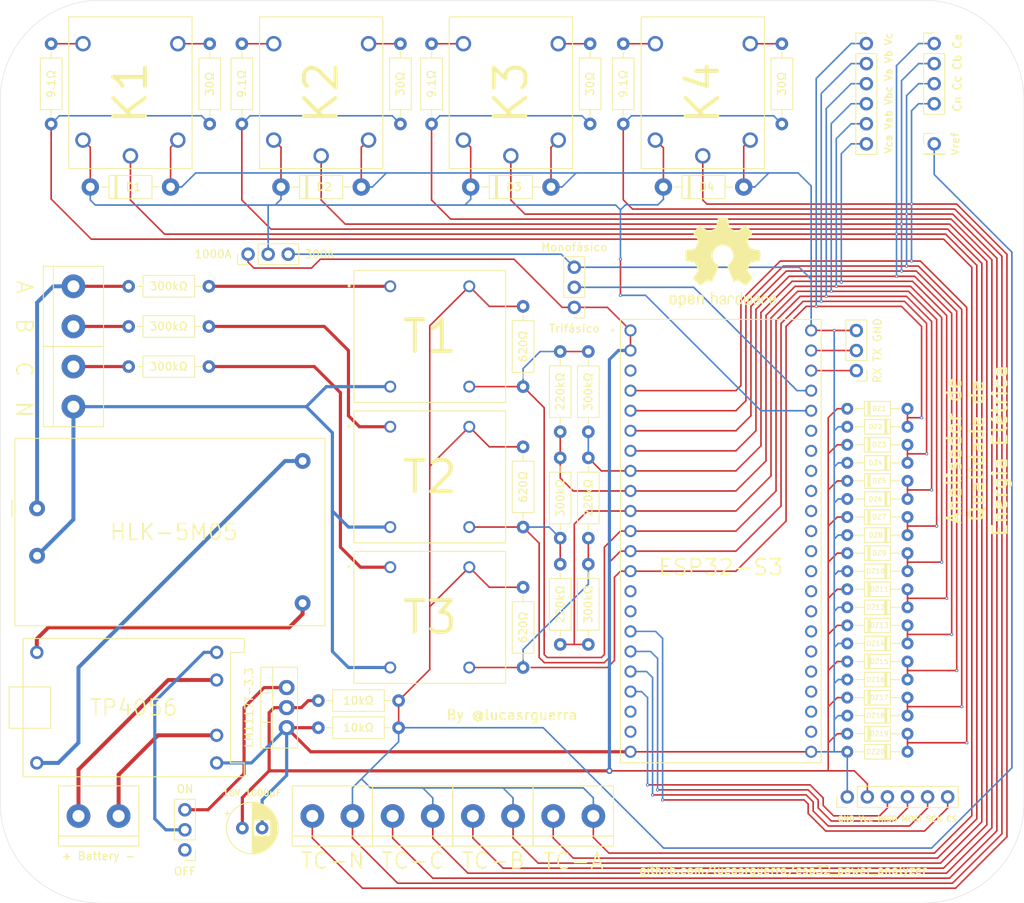
<source format=kicad_pcb>
(kicad_pcb (version 20221018) (generator pcbnew)
  (title_block (title "ESP32 Power Analyser V2.1 PCI") (date "2024-03-30") (rev "1.8") (company "https://www.linkedin.com/in/lucasrguerra"))
  (layers (0 "F.Cu" signal) (31 "B.Cu" signal) (34 "B.Paste" user) (35 "F.Paste" user) (36 "B.SilkS" user "B.Silkscreen") (37 "F.SilkS" user "F.Silkscreen") (38 "B.Mask" user) (39 "F.Mask" user) (44 "Edge.Cuts" user))
  (net 0 "")
  (net 1 "A Vwave")
  (net 2 "B Vwave")
  (net 3 "C Vwave")
  (net 4 "AB Vwave")
  (net 5 "CA Vwave")
  (net 6 "BC Vwave")
  (net 7 "Line B")
  (net 8 "Line A")
  (net 9 "Neutral")
  (net 10 "Line C")
  (net 11 "Net-(R3-Pad1)")
  (net 12 "Net-(R4-Pad1)")
  (net 13 "Net-(R5-Pad1)")
  (net 14 "Vcc")
  (net 15 "GND")
  (net 16 "A Cwave")
  (net 17 "B Cwave")
  (net 18 "C Cwave")
  (net 19 "N Cwave")
  (net 20 "Select C Level")
  (net 21 "TC A-1")
  (net 22 "Battery +")
  (net 23 "Battery -")
  (net 25 "Net-(K1-PadNC)")
  (net 26 "Net-(K1-PadNO)")
  (net 27 "Net-(K2-PadNO)")
  (net 28 "Net-(K2-PadNC)")
  (net 29 "Net-(K3-PadNO)")
  (net 30 "Net-(K3-PadNC)")
  (net 31 "Net-(K4-PadNO)")
  (net 32 "Net-(K4-PadNC)")
  (net 33 "CS")
  (net 34 "MOSI")
  (net 51 "SCK")
  (net 52 "MISO")
  (net 56 "System Type")
  (net 57 "UART TX")
  (net 58 "UART RX")
  (net 59 "Net-(PS1--Vout)")
  (net 60 "Net-(PS1-+Vout)")
  (net 62 "Vin")
  (net 64 "Net-(SW1A-C)")
  (footprint "Resistor_THT:R_Axial_DIN0207_L6.3mm_D2.5mm_P10.16mm_Horizontal" (layer "F.Cu") (at 160.3756 47.013 90)
    (fp_text reference "R21" hide)
    (fp_text value "30Ω" hide)
  )
  (footprint "TerminalBlock:TerminalBlock_bornier-2_P5.08mm" (layer "F.Cu") (at 135.382 134.62)
    (fp_text reference "J6" hide)
    (fp_text value "KF301-2P" hide)
  )
  (footprint "SnapEDA Library:RELAY_SRD-03VDC-SL-C" (layer "F.Cu") (at 126.3396 43.053 90)
    (fp_text reference "K2" hide)
    (fp_text value "SRD-03VDC-SL-C" hide)
  )
  (footprint "Resistor_THT:R_Axial_DIN0207_L6.3mm_D2.5mm_P10.16mm_Horizontal" (layer "F.Cu") (at 92.1766 47.013 90)
    (fp_text reference "R15" hide)
    (fp_text value "9.1Ω" hide)
  )
  (footprint "SnapEDA Library:RELAY_SRD-03VDC-SL-C" (layer "F.Cu") (at 174.6306 43.053 90)
    (fp_text reference "K4" hide)
    (fp_text value "SRD-03VDC-SL-C" hide)
  )
  (footprint "Connector_PinHeader_2.54mm:PinHeader_1x03_P2.54mm_Vertical" (layer "F.Cu") (at 194.056 78.232 180)
    (fp_text reference "P1" hide)
    (fp_text value "Pin Header" hide)
  )
  (footprint "Resistor_THT:R_Axial_DIN0207_L6.3mm_D2.5mm_P10.16mm_Horizontal" (layer "F.Cu") (at 156.591 99.441 90)
    (fp_text reference "R10" hide)
    (fp_text value "300kΩ" hide)
  )
  (footprint "Resistor_THT:R_Axial_DIN0207_L6.3mm_D2.5mm_P10.16mm_Horizontal" (layer "F.Cu") (at 184.6326 47.013 90)
    (fp_text reference "R22" hide)
    (fp_text value "30Ω" hide)
  )
  (footprint "Resistor_THT:R_Axial_DIN0207_L6.3mm_D2.5mm_P10.16mm_Horizontal" (layer "F.Cu") (at 112.141 77.724 180)
    (fp_text reference "R5" hide)
    (fp_text value "300kΩ" hide)
  )
  (footprint "Diode_THT:D_DO-34_SOD68_P7.62mm_Horizontal" (layer "F.Cu") (at 192.913 92.202)
    (fp_text reference "DZ5" hide)
    (fp_text value "3.3V" hide)
  )
  (footprint "SnapEDA Library:XFMR_ZMPT101B" (layer "F.Cu") (at 140.081 73.914)
    (fp_text reference "T1")
    (fp_text value "ZMPT101B" hide)
  )
  (footprint "Resistor_THT:R_Axial_DIN0207_L6.3mm_D2.5mm_P10.16mm_Horizontal" (layer "F.Cu") (at 151.892 115.824 90)
    (fp_text reference "R8" hide)
    (fp_text value "620Ω" hide)
  )
  (footprint "SnapEDA Library:TP4056" (layer "F.Cu") (at 102.616 120.904)
    (fp_text reference "U1" hide)
    (fp_text value "TP4056")
  )
  (footprint "Connector_PinHeader_2.54mm:PinHeader_1x04_P2.54mm_Vertical" (layer "F.Cu") (at 203.9041 36.83)
    (fp_text reference "P3" hide)
    (fp_text value "Pin Header" hide)
  )
  (footprint "Resistor_THT:R_Axial_DIN0207_L6.3mm_D2.5mm_P10.16mm_Horizontal" (layer "F.Cu") (at 136.3726 47.013 90)
    (fp_text reference "R20" hide)
    (fp_text value "30Ω" hide)
  )
  (footprint "Diode_THT:D_DO-34_SOD68_P7.62mm_Horizontal" (layer "F.Cu") (at 192.913 110.49)
    (fp_text reference "DZ13" hide)
    (fp_text value "3.3V" hide)
  )
  (footprint "Diode_THT:D_DO-34_SOD68_P7.62mm_Horizontal" (layer "F.Cu") (at 200.533 89.916 180)
    (fp_text reference "DZ4" hide)
    (fp_text value "3.3V" hide)
  )
  (footprint "Connector_PinHeader_2.54mm:PinHeader_1x01_P2.54mm_Vertical" (layer "F.Cu") (at 203.9112 49.53)
    (fp_text reference "P2" hide)
    (fp_text value "Pin Header" hide)
  )
  (footprint "Diode_THT:D_DO-34_SOD68_P7.62mm_Horizontal" (layer "F.Cu") (at 192.913 101.346)
    (fp_text reference "DZ9" hide)
    (fp_text value "3.3V" hide)
  )
  (footprint "Diode_THT:D_DO-34_SOD68_P7.62mm_Horizontal" (layer "F.Cu") (at 192.908 83.058)
    (fp_text reference "DZ1" hide)
    (fp_text value "3.3V" hide)
  )
  (footprint "Resistor_THT:R_Axial_DIN0207_L6.3mm_D2.5mm_P10.16mm_Horizontal" (layer "F.Cu") (at 156.591 112.903 90)
    (fp_text reference "R11" hide)
    (fp_text value "220kΩ" hide)
  )
  (footprint "Capacitor_THT:CP_Radial_D6.3mm_P2.50mm" (layer "F.Cu") (at 116.372 136.144)
    (fp_text reference "C1" hide)
    (fp_text value "16V 1000µF" hide)
  )
  (footprint "Diode_THT:D_DO-34_SOD68_P7.62mm_Horizontal" (layer "F.Cu") (at 200.533 108.204 180)
    (fp_text reference "DZ12" hide)
    (fp_text value "3.3V" hide)
  )
  (footprint "Resistor_THT:R_Axial_DIN0207_L6.3mm_D2.5mm_P10.16mm_Horizontal" (layer "F.Cu") (at 112.2426 47.013 90)
    (fp_text reference "R19" hide)
    (fp_text value "30Ω" hide)
  )
  (footprint "Resistor_THT:R_Axial_DIN0207_L6.3mm_D2.5mm_P10.16mm_Horizontal" (layer "F.Cu") (at 125.984 120.015)
    (fp_text reference "R1" hide)
    (fp_text value "10kΩ" hide)
  )
  (footprint "Connector_PinHeader_2.54mm:PinHeader_1x03_P2.54mm_Vertical" (layer "F.Cu") (at 117.094 63.5 90)
    (fp_text reference "SW3" hide)
    (fp_text value "SS-12D00G 4mm" hide)
  )
  (footprint "TerminalBlock:TerminalBlock_bornier-2_P5.08mm" (layer "F.Cu") (at 94.996 67.564 -90)
    (fp_text reference "J3" hide)
    (fp_text value "KF301-2P" hide)
  )
  (footprint "Resistor_THT:R_Axial_DIN0207_L6.3mm_D2.5mm_P10.16mm_Horizontal" (layer "F.Cu") (at 136.144 123.444 180)
    (fp_text reference "R2" hide)
    (fp_text value "10kΩ" hide)
  )
  (footprint "Diode_THT:D_DO-34_SOD68_P7.62mm_Horizontal" (layer "F.Cu") (at 200.533 99.06 180)
    (fp_text reference "DZ8" hide)
    (fp_text value "3.3V" hide)
  )
  (footprint "Resistor_THT:R_Axial_DIN0207_L6.3mm_D2.5mm_P10.16mm_Horizontal" (layer "F.Cu") (at 156.591 85.979 90)
    (fp_text reference "R9" hide)
    (fp_text value "220kΩ" hide)
  )
  (footprint "Diode_THT:D_DO-34_SOD68_P7.62mm_Horizontal" (layer "F.Cu") (at 192.908 87.63)
    (fp_text reference "DZ3" hide)
    (fp_text value "3.3V" hide)
  )
  (footprint "SnapEDA Library:XFMR_ZMPT101B" (layer "F.Cu") (at 140.081 91.694)
    (fp_text reference "T2")
    (fp_text value "ZMPT101B" hide)
  )
  (footprint "Diode_THT:D_DO-34_SOD68_P7.62mm_Horizontal" (layer "F.Cu") (at 192.908 119.634)
    (fp_text reference "DZ17" hide)
    (fp_text value "3.3V" hide)
  )
  (footprint "Connector_PinHeader_2.54mm:PinHeader_1x03_P2.54mm_Vertical" (layer "F.Cu") (at 158.369 70.231 180)
    (fp_text reference "SW2" hide)
    (fp_text value "SS-12D00G 4mm" hide)
  )
  (footprint "Converter_ACDC:Converter_ACDC_HiLink_HLK-5Mxx" (layer "F.Cu") (at 90.3985 95.679)
    (fp_text reference "PS1" hide)
    (fp_text value "HLK-5M05" hide)
  )
  (footprint "Diode_THT:D_DO-34_SOD68_P7.62mm_Horizontal" (layer "F.Cu") (at 200.533 112.776 180)
    (fp_text reference "DZ14" hide)
    (fp_text value "3.3V" hide)
  )
  (footprint "Diode_THT:D_DO-34_SOD68_P7.62mm_Horizontal" (layer "F.Cu") (at 200.533 85.344 180)
    (fp_text reference "DZ2" hide)
    (fp_text value "3.3V" hide)
  )
  (footprint "LOGO" (layer "F.Cu") (at 177.165 64.643)
    (fp_text reference "G***" hide)
    (fp_text value "LOGO" hide)
  )
  (footprint "Diode_THT:D_DO-34_SOD68_P7.62mm_Horizontal" (layer "F.Cu") (at 192.913 124.206)
    (fp_text reference "DZ19" hide)
    (fp_text value "3.3V" hide)
  )
  (footprint "TerminalBlock:TerminalBlock_bornier-2_P5.08mm" (layer "F.Cu") (at 155.702 134.62)
    (fp_text reference "J4" hide)
    (fp_text value "KF301-2P" hide)
  )
  (footprint "Diode_THT:D_DO-41_SOD81_P10.16mm_Horizontal" (layer "F.Cu") (at 169.6466 54.991)
    (fp_text reference "D4" hide)
    (fp_text value "1N4007" hide)
  )
  (footprint "Resistor_THT:R_Axial_DIN0207_L6.3mm_D2.5mm_P10.16mm_Horizontal" (layer "F.Cu") (at 112.141 67.564 180)
    (fp_text reference "R3" hide)
    (fp_text value "300kΩ" hide)
  )
  (footprint "Diode_THT:D_DO-34_SOD68_P7.62mm_Horizontal" (layer "F.Cu") (at 192.913 105.918)
    (fp_text reference "DZ11" hide)
    (fp_text value "3.3V" hide)
  )
  (footprint "Diode_THT:D_DO-34_SOD68_P7.62mm_Horizontal" (layer "F.Cu") (at 192.913 96.774)
    (fp_text reference "DZ7" hide)
    (fp_text value "3.3V" hide)
  )
  (footprint "Diode_THT:D_DO-41_SOD81_P10.16mm_Horizontal" (layer "F.Cu") (at 121.2596 54.991)
    (fp_text reference "D2" hide)
    (fp_text value "1N4007" hide)
  )
  (footprint "TerminalBlock:TerminalBlock_bornier-2_P5.08mm" (layer "F.Cu") (at 125.222 134.62)
    (fp_text reference "J7" hide)
    (fp_text value "KF301-2P" hide)
  )
  (footprint "Diode_THT:D_DO-41_SOD81_P10.16mm_Horizontal" (layer "F.Cu") (at 145.2626 54.991)
    (fp_text reference "D3" hide)
    (fp_text value "1N4007" hide)
  )
  (footprint "Resistor_THT:R_Axial_DIN0207_L6.3mm_D2.5mm_P10.16mm_Horizontal" (layer "F.Cu") (at 151.892 98.044 90)
    (fp_text reference "R7" hide)
    (fp_text value "620Ω" hide)
  )
  (footprint "SnapEDA Library:RELAY_SRD-03VDC-SL-C" (layer "F.Cu") (at 102.2096 43.053 90)
    (fp_text reference "K1" hide)
    (fp_text value "SRD-03VDC-SL-C" hide)
  )
  (footprint "Resistor_THT:R_Axial_DIN0207_L6.3mm_D2.5mm_P10.16mm_Horizontal" (layer "F.Cu") (at 160.147 102.743 -90)
    (fp_text reference "R12" hide)
    (fp_text value "300kΩ" hide)
  )
  (footprint "Diode_THT:D_DO-34_SOD68_P7.62mm_Horizontal" (layer "F.Cu") (at 200.533 117.348 180)
    (fp_text reference "DZ16" hide)
    (fp_text value "3.3V" hide)
  )
  (footprint "Diode_THT:D_DO-34_SOD68_P7.62mm_Horizontal" (layer "F.Cu") (at 200.538 121.92 180)
    (fp_text reference "DZ18" hide)
    (fp_text value "3.3V" hide)
  )
  (footprint "Resistor_THT:R_Axial_DIN0207_L6.3mm_D2.5mm_P10.16mm_Horizontal" (layer "F.Cu") (at 140.3096 47.013 90)
    (fp_text reference "R17" hide)
    (fp_text value "9.1Ω" hide)
  )
  (footprint "Resistor_THT:R_Axial_DIN0207_L6.3mm_D2.5mm_P10.16mm_Horizontal" (layer "F.Cu") (at 160.147 89.281 -90)
    (fp_text reference "R13" hide)
    (fp_text value "220kΩ" hide)
  )
  (footprint "Resistor_THT:R_Axial_DIN0207_L6.3mm_D2.5mm_P10.16mm_Horizontal" (layer "F.Cu") (at 112.141 72.644 180)
    (fp_text reference "R4" hide)
    (fp_text value "300kΩ" hide)
  )
  (footprint "Resistor_THT:R_Axial_DIN0207_L6.3mm_D2.5mm_P10.16mm_Horizontal" (layer "F.Cu") (at 160.147 75.819 -90)
    (fp_text reference "R14" hide)
    (fp_text value "300kΩ" hide)
  )
  (footprint "TerminalBlock:TerminalBlock_bornier-2_P5.08mm" (layer "F.Cu") (at 94.996 77.724 -90)
    (fp_text reference "J2" hide)
    (fp_text value "KF301-2P" hide)
  )
  (footprint "Connector_PinHeader_2.54mm:PinHeader_1x06_P2.54mm_Vertical" (layer "F.Cu") (at 195.326 36.83)
    (fp_text reference "P4" hide)
    (fp_text value "Pin Header" hide)
  )
  (footprint "Diode_THT:D_DO-34_SOD68_P7.62mm_Horizontal" (layer "F.Cu") (at 200.538 94.488 180)
    (fp_text reference "DZ6" hide)
    (fp_text value "3.3V" hide)
  )
  (footprint "Diode_THT:D_DO-34_SOD68_P7.62mm_Horizontal" (layer "F.Cu") (at 200.533 103.632 180)
    (fp_text reference "DZ10" hide)
    (fp_text value "3.3V" hide)
  )
  (footprint "Diode_THT:D_DO-34_SOD68_P7.62mm_Horizontal" (layer "F.Cu") (at 200.533 126.492 180)
    (fp_text reference "DZ20" hide)
    (fp_text value "3.3V" hide)
  )
  (footprint "SnapEDA Library:XCVR_ESP32-S3-DEVKITC-1-N8R2" (layer "F.Cu") (at 176.911 103.122)
    (fp_text reference "MCU1" hide)
    (fp_text value "ESP32-S3-DEVKITC-1-N16R8" hide)
  )
  (footprint "Resistor_THT:R_Axial_DIN0207_L6.3mm_D2.5mm_P10.16mm_Horizontal" (layer "F.Cu") (at 164.5666 47.013 90)
    (fp_text reference "R18" hide)
    (fp_text value "9.1Ω" hide)
  )
  (footprint "TerminalBlock:TerminalBlock_bornier-2_P5.08mm" (layer "F.Cu") (at 145.542 134.62)
    (fp_text reference "J5" hide)
    (fp_text value "KF301-2P" hide)
  )
  (footprint "SnapEDA Library:XFMR_ZMPT101B" (layer "F.Cu") (at 140.081 109.474)
    (fp_text reference "T3")
    (fp_text value "ZMPT101B" hide)
  )
  (footprint "Diode_THT:D_DO-41_SOD81_P10.16mm_Horizontal" (layer "F.Cu") (at 97.1296 54.991)
    (fp_text reference "D1" hide)
    (fp_text value "1N4007" hide)
  )
  (footprint "TerminalBlock:TerminalBlock_bornier-2_P5.08mm" (layer "F.Cu") (at 95.6366 134.62)
    (fp_text reference "J1" hide)
    (fp_text value "KF301-2P" hide)
  )
  (footprint "Connector_PinHeader_2.54mm:PinHeader_1x03_P2.54mm_Vertical" (layer "F.Cu") (at 109.0986 138.9116 180)
    (fp_text reference "SW1" hide)
    (fp_text value "SS-12D00G 4mm" hide)
  )
  (footprint "Package_TO_SOT_THT:TO-220-3_Vertical" (layer "F.Cu") (at 121.976 123.444 90)
    (fp_text reference "U2" hide)
    (fp_text value "LM1117T-3.3")
  )
  (footprint "Diode_THT:D_DO-34_SOD68_P7.62mm_Horizontal" (layer "F.Cu") (at 192.913 115.062)
    (fp_text reference "DZ15" hide)
    (fp_text value "3.3V" hide)
  )
  (footprint "Resistor_THT:R_Axial_DIN0207_L6.3mm_D2.5mm_P10.16mm_Horizontal" (layer "F.Cu") (at 116.3066 47.013 90)
    (fp_text reference "R16" hide)
    (fp_text value "9.1Ω" hide)
  )
  (footprint "SnapEDA Library:RELAY_SRD-03VDC-SL-C" (layer "F.Cu") (at 150.3426 43.053 90)
    (fp_text reference "K3" hide)
    (fp_text value "SRD-03VDC-SL-C" hide)
  )
  (footprint "Resistor_THT:R_Axial_DIN0207_L6.3mm_D2.5mm_P10.16mm_Horizontal" (layer "F.Cu") (at 151.892 80.264 90)
    (fp_text reference "R6" hide)
    (fp_text value "620Ω" hide)
  )
  (footprint "Connector_PinHeader_2.54mm:PinHeader_1x06_P2.54mm_Vertical" (layer "F.Cu") (at 192.913 132.207 90)
    (fp_text reference "P5" hide)
    (fp_text value "Pin Header" hide)
  )
  (gr_arc (start 215.2706 132.9426) (mid 211.550856 141.922856) (end 202.5706 145.6426) (stroke (width 0.05)) (layer "Edge.Cuts"))
  (gr_arc (start 98.4306 145.6426) (mid 89.450344 141.922856) (end 85.7306 132.9426) (stroke (width 0.05)) (layer "Edge.Cuts"))
  (gr_arc (start 85.7306 44.0426) (mid 89.450344 35.062344) (end 98.4306 31.3426) (stroke (width 0.05)) (layer "Edge.Cuts"))
  (gr_line (start 85.7306 132.9426) (end 85.7306 44.0426) (stroke (width 0.05)) (layer "Edge.Cuts"))
  (gr_arc (start 202.5706 31.3426) (mid 211.550856 35.062344) (end 215.2706 44.0426) (stroke (width 0.05)) (layer "Edge.Cuts"))
  (gr_line (start 98.4306 31.3426) (end 202.5706 31.3426) (stroke (width 0.05)) (layer "Edge.Cuts"))
  (gr_line (start 215.2706 44.0426) (end 215.2706 132.9426) (stroke (width 0.05)) (layer "Edge.Cuts"))
  (gr_line (start 98.4306 145.6426) (end 202.5706 145.6426) (stroke (width 0.05)) (layer "Edge.Cuts"))
  (gr_text "github.com/lucasrguerra/esp32_power_analyzer" (at 184.7906 142.0866) (layer "F.SilkS") (effects (font (size 1 1) (thickness 0.2) bold) (justify bottom)))
  (gr_text "C  N" (at 87.5792 76.9112 -90) (layer "F.SilkS") (effects (font (size 2 2) (thickness 0.2)) (justify left bottom)))
  (gr_text "A  B\n" (at 87.63 66.675 -90) (layer "F.SilkS") (effects (font (size 2 2) (thickness 0.2)) (justify left bottom)))
  (gr_text "Analisador de\nQualidade de\nEnergia Elétrica" (at 213.2386 88.3656 90) (layer "F.SilkS") (effects (font (size 1.8 1.8) (thickness 0.3) bold) (justify bottom)))
  (gr_text "By @lucasrguerra" (at 150.495 122.555) (layer "F.SilkS") (effects (font (size 1.25 1.25) (thickness 0.2) bold) (justify bottom)))
  (segment (start 164.211 98.552) (end 165.481 98.552) (width 0.2) (layer "F.Cu") (net 1))
  (segment (start 203.581 72.009) (end 200.406 68.834) (width 0.2) (layer "F.Cu") (net 1))
  (segment (start 154.559 82.931) (end 154.559 114.173) (width 0.2) (layer "F.Cu") (net 1))
  (segment (start 186.944 68.834) (end 183.896 71.882) (width 0.2) (layer "F.Cu") (net 1))
  (segment (start 154.94 114.554) (end 161.798 114.554) (width 0.2) (layer "F.Cu") (net 1))
  (segment (start 161.798 114.554) (end 162.179 114.173) (width 0.2) (layer "F.Cu") (net 1))
  (segment (start 203.581 93.345) (end 203.581 72.009) (width 0.2) (layer "F.Cu") (net 1))
  (segment (start 200.533 92.202) (end 200.533 93.345) (width 0.2) (layer "F.Cu") (net 1))
  (segment (start 162.179 100.584) (end 164.211 98.552) (width 0.2) (layer "F.Cu") (net 1))
  (segment (start 183.896 71.882) (end 183.896 93.472) (width 0.2) (layer "F.Cu") (net 1))
  (segment (start 200.406 68.834) (end 186.944 68.834) (width 0.2) (layer "F.Cu") (net 1))
  (segment (start 154.559 114.173) (end 154.94 114.554) (width 0.2) (layer "F.Cu") (net 1))
  (segment (start 151.892 80.264) (end 154.559 82.931) (width 0.2) (layer "F.Cu") (net 1))
  (segment (start 162.179 114.173) (end 162.179 100.584) (width 0.2) (layer "F.Cu") (net 1))
  (segment (start 183.896 93.472) (end 178.816 98.552) (width 0.2) (layer "F.Cu") (net 1))
  (segment (start 200.533 94.483) (end 200.538 94.488) (width 0.2) (layer "F.Cu") (net 1))
  (segment (start 203.581 93.345) (end 200.533 93.345) (width 0.2) (layer "F.Cu") (net 1))
  (segment (start 156.591 75.819) (end 160.147 75.819) (width 0.2) (layer "F.Cu") (net 1))
  (segment (start 145.081 80.264) (end 151.892 80.264) (width 0.2) (layer "F.Cu") (net 1))
  (segment (start 200.533 93.345) (end 200.533 94.483) (width 0.2) (layer "F.Cu") (net 1))
  (segment (start 178.816 98.552) (end 165.481 98.552) (width 0.2) (layer "F.Cu") (net 1))
  (via (at 203.581 93.345) (size 0.4) (drill 0.2) (layers "F.Cu" "B.Cu") (net 1))
  (via (at 190.2516 68.834) (size 0.4) (drill 0.2) (layers "F.Cu" "B.Cu") (net 1))
  (segment (start 190.2516 68.834) (end 190.2516 45.0586) (width 0.2) (layer "B.Cu") (net 1))
  (segment (start 190.2516 45.0586) (end 193.4002 41.91) (width 0.2) (layer "B.Cu") (net 1))
  (segment (start 154.051 75.819) (end 156.591 75.819) (width 0.2) (layer "B.Cu") (net 1))
  (segment (start 193.4002 41.91) (end 195.326 41.91) (width 0.2) (layer "B.Cu") (net 1))
  (segment (start 151.892 77.978) (end 154.051 75.819) (width 0.2) (layer "B.Cu") (net 1))
  (segment (start 151.892 80.264) (end 151.892 77.978) (width 0.2) (layer "B.Cu") (net 1))
  (segment (start 154.578 115.208) (end 162.16 115.208) (width 0.2) (layer "F.Cu") (net 2))
  (segment (start 156.591 99.441) (end 156.591 102.743) (width 0.2) (layer "F.Cu") (net 2))
  (segment (start 184.531 95.377) (end 178.816 101.092) (width 0.2) (layer "F.Cu") (net 2))
  (segment (start 164.211 101.092) (end 165.481 101.092) (width 0.2) (layer "F.Cu") (net 2))
  (segment (start 187.325 69.469) (end 184.531 72.263) (width 0.2) (layer "F.Cu") (net 2))
  (segment (start 151.892 98.044) (end 153.924 100.076) (width 0.2) (layer "F.Cu") (net 2))
  (segment (start 162.814 114.554) (end 162.814 102.489) (width 0.2) (layer "F.Cu") (net 2))
  (segment (start 184.531 72.263) (end 184.531 95.377) (width 0.2) (layer "F.Cu") (net 2))
  (segment (start 162.814 102.489) (end 164.211 101.092) (width 0.2) (layer "F.Cu") (net 2))
  (segment (start 153.924 114.554) (end 154.578 115.208) (width 0.2) (layer "F.Cu") (net 2))
  (segment (start 202.946 88.773) (end 202.946 72.263) (width 0.2) (layer "F.Cu") (net 2))
  (segment (start 200.152 69.469) (end 187.325 69.469) (width 0.2) (layer "F.Cu") (net 2))
  (segment (start 162.16 115.208) (end 162.814 114.554) (width 0.2) (layer "F.Cu") (net 2))
  (segment (start 153.924 100.076) (end 153.924 114.554) (width 0.2) (layer "F.Cu") (net 2))
  (segment (start 200.528 89.911) (end 200.533 89.916) (width 0.2) (layer "F.Cu") (net 2))
  (segment (start 202.946 72.263) (end 200.152 69.469) (width 0.2) (layer "F.Cu") (net 2))
  (segment (start 178.816 101.092) (end 165.481 101.092) (width 0.2) (layer "F.Cu") (net 2))
  (segment (start 202.946 88.773) (end 200.528 88.773) (width 0.2) (layer "F.Cu") (net 2))
  (segment (start 200.528 88.773) (end 200.528 89.911) (width 0.2) (layer "F.Cu") (net 2))
  (segment (start 145.081 98.044) (end 151.892 98.044) (width 0.2) (layer "F.Cu") (net 2))
  (segment (start 200.528 87.63) (end 200.528 88.773) (width 0.2) (layer "F.Cu") (net 2))
  (via (at 202.946 88.773) (size 0.4) (drill 0.2) (layers "F.Cu" "B.Cu") (net 2))
  (via (at 189.6166 69.469) (size 0.4) (drill 0.2) (layers "F.Cu" "B.Cu") (net 2))
  (segment (start 189.6166 43.1536) (end 193.4002 39.37) (width 0.2) (layer "B.Cu") (net 2))
  (segment (start 189.6166 69.469) (end 189.6166 43.1536) (width 0.2) (layer "B.Cu") (net 2))
  (segment (start 155.194 98.044) (end 156.591 99.441) (width 0.2) (layer "B.Cu") (net 2))
  (segment (start 151.892 98.044) (end 155.194 98.044) (width 0.2) (layer "B.Cu") (net 2))
  (segment (start 193.4002 39.37) (end 195.326 39.37) (width 0.2) (layer "B.Cu") (net 2))
  (segment (start 164.211 103.632) (end 163.449 104.394) (width 0.2) (layer "F.Cu") (net 3))
  (segment (start 199.771 70.104) (end 187.706 70.104) (width 0.2) (layer "F.Cu") (net 3))
  (segment (start 162.56 115.824) (end 152.908 115.824) (width 0.2) (layer "F.Cu") (net 3))
  (segment (start 202.311 84.201) (end 202.311 72.644) (width 0.2) (layer "F.Cu") (net 3))
  (segment (start 185.166 72.644) (end 185.166 97.282) (width 0.2) (layer "F.Cu") (net 3))
  (segment (start 178.816 103.632) (end 165.481 103.632) (width 0.2) (layer "F.Cu") (net 3))
  (segment (start 200.528 83.058) (end 200.528 84.201) (width 0.2) (layer "F.Cu") (net 3))
  (segment (start 200.528 84.201) (end 202.311 84.201) (width 0.2) (layer "F.Cu") (net 3))
  (segment (start 163.449 104.394) (end 163.449 114.935) (width 0.2) (layer "F.Cu") (net 3))
  (segment (start 165.735 103.632) (end 164.211 103.632) (width 0.2) (layer "F.Cu") (net 3))
  (segment (start 200.528 85.339) (end 200.533 85.344) (width 0.2) (layer "F.Cu") (net 3))
  (segment (start 185.166 97.282) (end 178.816 103.632) (width 0.2) (layer "F.Cu") (net 3))
  (segment (start 163.449 114.935) (end 162.56 115.824) (width 0.2) (layer "F.Cu") (net 3))
  (segment (start 160.147 99.441) (end 160.147 102.743) (width 0.2) (layer "F.Cu") (net 3))
  (segment (start 202.311 72.644) (end 199.771 70.104) (width 0.2) (layer "F.Cu") (net 3))
  (segment (start 187.706 70.104) (end 185.166 72.644) (width 0.2) (layer "F.Cu") (net 3))
  (segment (start 200.528 84.201) (end 200.528 85.339) (width 0.2) (layer "F.Cu") (net 3))
  (segment (start 145.081 115.824) (end 151.892 115.824) (width 0.2) (layer "F.Cu") (net 3))
  (via (at 188.9816 70.104) (size 0.4) (drill 0.2) (layers "F.Cu" "B.Cu") (net 3))
  (via (at 202.311 84.201) (size 0.4) (drill 0.2) (layers "F.Cu" "B.Cu") (net 3))
  (segment (start 151.892 113.538) (end 151.892 115.824) (width 0.2) (layer "B.Cu") (net 3))
  (segment (start 160.147 105.283) (end 151.892 113.538) (width 0.2) (layer "B.Cu") (net 3))
  (segment (start 188.9816 41.2486) (end 193.4002 36.83) (width 0.2) (layer "B.Cu") (net 3))
  (segment (start 188.9816 70.104) (end 188.9816 41.2486) (width 0.2) (layer "B.Cu") (net 3))
  (segment (start 193.4002 36.83) (end 195.326 36.83) (width 0.2) (layer "B.Cu") (net 3))
  (segment (start 160.147 102.743) (end 160.147 105.283) (width 0.2) (layer "B.Cu") (net 3))
  (segment (start 156.591 85.979) (end 156.591 89.281) (width 0.2) (layer "F.Cu") (net 4))
  (segment (start 178.816 93.472) (end 165.481 93.472) (width 0.2) (layer "F.Cu") (net 4))
  (segment (start 156.591 91.821) (end 158.242 93.472) (width 0.2) (layer "F.Cu") (net 4))
  (segment (start 200.533 101.346) (end 200.533 102.489) (width 0.2) (layer "F.Cu") (net 4))
  (segment (start 158.242 93.472) (end 165.481 93.472) (width 0.2) (layer "F.Cu") (net 4))
  (segment (start 182.626 71.247) (end 182.626 89.662) (width 0.2) (layer "F.Cu") (net 4))
  (segment (start 156.591 89.281) (end 156.591 91.821) (width 0.2) (layer "F.Cu") (net 4))
  (segment (start 200.914 67.564) (end 186.309 67.564) (width 0.2) (layer "F.Cu") (net 4))
  (segment (start 204.851 102.489) (end 204.851 71.501) (width 0.2) (layer "F.Cu") (net 4))
  (segment (start 204.851 71.501) (end 200.914 67.564) (width 0.2) (layer "F.Cu") (net 4))
  (segment (start 182.626 89.662) (end 178.816 93.472) (width 0.2) (layer "F.Cu") (net 4))
  (segment (start 204.851 102.489) (end 200.533 102.489) (width 0.2) (layer "F.Cu") (net 4))
  (segment (start 186.309 67.564) (end 182.626 71.247) (width 0.2) (layer "F.Cu") (net 4))
  (segment (start 200.533 102.489) (end 200.533 103.632) (width 0.2) (layer "F.Cu") (net 4))
  (via (at 191.5216 67.564) (size 0.4) (drill 0.2) (layers "F.Cu" "B.Cu") (net 4))
  (via (at 204.851 102.489) (size 0.4) (drill 0.2) (layers "F.Cu" "B.Cu") (net 4))
  (segment (start 191.5216 67.564) (end 191.5216 48.8686) (width 0.2) (layer "B.Cu") (net 4))
  (segment (start 191.5216 48.8686) (end 193.4002 46.99) (width 0.2) (layer "B.Cu") (net 4))
  (segment (start 193.4002 46.99) (end 195.326 46.99) (width 0.2) (layer "B.Cu") (net 4))
  (segment (start 200.533 107.061) (end 200.533 108.204) (width 0.2) (layer "F.Cu") (net 5))
  (segment (start 181.991 87.757) (end 178.816 90.932) (width 0.2) (layer "F.Cu") (net 5))
  (segment (start 178.816 90.932) (end 165.481 90.932) (width 0.2) (layer "F.Cu") (net 5))
  (segment (start 181.991 70.866) (end 181.991 87.757) (width 0.2) (layer "F.Cu") (net 5))
  (segment (start 205.486 107.061) (end 200.533 107.061) (width 0.2) (layer "F.Cu") (net 5))
  (segment (start 205.486 107.061) (end 205.486 71.247) (width 0.2) (layer "F.Cu") (net 5))
  (segment (start 160.147 89.281) (end 161.798 90.932) (width 0.2) (layer "F.Cu") (net 5))
  (segment (start 205.486 71.247) (end 201.168 66.929) (width 0.2) (layer "F.Cu") (net 5))
  (segment (start 161.798 90.932) (end 165.481 90.932) (width 0.2) (layer "F.Cu") (net 5))
  (segment (start 201.168 66.929) (end 185.928 66.929) (width 0.2) (layer "F.Cu") (net 5))
  (segment (start 185.928 66.929) (end 181.991 70.866) (width 0.2) (layer "F.Cu") (net 5))
  (segment (start 200.533 105.918) (end 200.533 107.061) (width 0.2) (layer "F.Cu") (net 5))
  (via (at 192.1566 67.0296) (size 0.4) (drill 0.2) (layers "F.Cu" "B.Cu") (net 5))
  (via (at 205.486 107.061) (size 0.4) (drill 0.2) (layers "F.Cu" "B.Cu") (net 5))
  (segment (start 192.1566 50.7736) (end 193.4002 49.53) (width 0.2) (layer "B.Cu") (net 5))
  (segment (start 192.1566 67.0296) (end 192.1566 50.7736) (width 0.2) (layer "B.Cu") (net 5))
  (segment (start 160.147 85.979) (end 160.147 89.281) (width 0.2) (layer "B.Cu") (net 5))
  (segment (start 193.4002 49.53) (end 195.326 49.53) (width 0.2) (layer "B.Cu") (net 5))
  (segment (start 183.261 71.5645) (end 183.261 91.567) (width 0.2) (layer "F.Cu") (net 6))
  (segment (start 186.6265 68.199) (end 183.261 71.5645) (width 0.2) (layer "F.Cu") (net 6))
  (segment (start 204.216 71.755) (end 200.66 68.199) (width 0.2) (layer "F.Cu") (net 6))
  (segment (start 204.216 97.917) (end 200.533 97.917) (width 0.2) (layer "F.Cu") (net 6))
  (segment (start 178.816 96.012) (end 165.481 96.012) (width 0.2) (layer "F.Cu") (net 6))
  (segment (start 158.369 112.903) (end 158.369 97.663) (width 0.2) (layer "F.Cu") (net 6))
  (segment (start 200.533 96.774) (end 200.533 97.917) (width 0.2) (layer "F.Cu") (net 6))
  (segment (start 204.216 97.917) (end 204.216 71.755) (width 0.2) (layer "F.Cu") (net 6))
  (segment (start 183.261 91.567) (end 178.816 96.012) (width 0.2) (layer "F.Cu") (net 6))
  (segment (start 200.533 97.917) (end 200.533 99.06) (width 0.2) (layer "F.Cu") (net 6))
  (segment (start 160.02 96.012) (end 165.481 96.012) (width 0.2) (layer "F.Cu") (net 6))
  (segment (start 156.591 112.903) (end 160.147 112.903) (width 0.2) (layer "F.Cu") (net 6))
  (segment (start 158.369 97.663) (end 160.02 96.012) (width 0.2) (layer "F.Cu") (net 6))
  (segment (start 200.66 68.199) (end 186.6265 68.199) (width 0.2) (layer "F.Cu") (net 6))
  (via (at 204.216 97.917) (size 0.4) (drill 0.2) (layers "F.Cu" "B.Cu") (net 6))
  (via (at 190.8866 68.199) (size 0.4) (drill 0.2) (layers "F.Cu" "B.Cu") (net 6))
  (segment (start 193.4002 44.45) (end 195.326 44.45) (width 0.2) (layer "B.Cu") (net 6))
  (segment (start 190.8866 46.9636) (end 193.4002 44.45) (width 0.2) (layer "B.Cu") (net 6))
  (segment (start 190.8866 68.199) (end 190.8866 46.9636) (width 0.2) (layer "B.Cu") (net 6))
  (segment (start 94.996 72.644) (end 101.981 72.644) (width 0.4) (layer "F.Cu") (net 7))
  (segment (start 94.996 67.564) (end 101.981 67.564) (width 0.4) (layer "F.Cu") (net 8))
  (segment (start 90.3985 69.6215) (end 90.3985 95.679) (width 0.5) (layer "B.Cu") (net 8))
  (segment (start 92.456 67.564) (end 90.3985 69.6215) (width 0.5) (layer "B.Cu") (net 8))
  (segment (start 94.996 67.564) (end 92.456 67.564) (width 0.5) (layer "B.Cu") (net 8))
  (segment (start 124.46 82.804) (end 127.762 86.106) (width 0.4) (layer "B.Cu") (net 9))
  (segment (start 94.996 97.0815) (end 90.3985 101.679) (width 0.5) (layer "B.Cu") (net 9))
  (segment (start 127 80.264) (end 135.081 80.264) (width 0.4) (layer "B.Cu") (net 9))
  (segment (start 127.762 96.012) (end 129.794 98.044) (width 0.4) (layer "B.Cu") (net 9))
  (segment (start 124.46 82.804) (end 127 80.264) (width 0.4) (layer "B.Cu") (net 9))
  (segment (start 94.996 82.804) (end 94.996 97.0815) (width 0.5) (layer "B.Cu") (net 9))
  (segment (start 94.996 82.804) (end 124.46 82.804) (width 0.4) (layer "B.Cu") (net 9))
  (segment (start 127.762 113.792) (end 129.794 115.824) (width 0.4) (layer "B.Cu") (net 9))
  (segment (start 129.794 115.824) (end 135.081 115.824) (width 0.4) (layer "B.Cu") (net 9))
  (segment (start 127.762 96.012) (end 127.762 113.792) (width 0.4) (layer "B.Cu") (net 9))
  (segment (start 129.794 98.044) (end 135.081 98.044) (width 0.4) (layer "B.Cu") (net 9))
  (segment (start 127.762 86.106) (end 127.762 96.012) (width 0.4) (layer "B.Cu") (net 9))
  (segment (start 94.996 77.724) (end 101.981 77.724) (width 0.4) (layer "F.Cu") (net 10))
  (segment (start 112.141 67.564) (end 135.081 67.564) (width 0.4) (layer "F.Cu") (net 11))
  (segment (start 131.191 85.344) (end 135.081 85.344) (width 0.4) (layer "F.Cu") (net 12))
  (segment (start 112.141 72.644) (end 126.746 72.644) (width 0.4) (layer "F.Cu") (net 12))
  (segment (start 129.794 83.947) (end 131.191 85.344) (width 0.4) (layer "F.Cu") (net 12))
  (segment (start 126.746 72.644) (end 129.794 75.692) (width 0.4) (layer "F.Cu") (net 12))
  (segment (start 129.794 75.692) (end 129.794 83.947) (width 0.4) (layer "F.Cu") (net 12))
  (segment (start 112.141 77.724) (end 125.476 77.724) (width 0.4) (layer "F.Cu") (net 13))
  (segment (start 125.476 77.724) (end 128.778 81.026) (width 0.4) (layer "F.Cu") (net 13))
  (segment (start 128.778 100.584) (end 131.318 103.124) (width 0.4) (layer "F.Cu") (net 13))
  (segment (start 128.778 81.026) (end 128.778 100.584) (width 0.4) (layer "F.Cu") (net 13))
  (segment (start 131.318 103.124) (end 135.081 103.124) (width 0.4) (layer "F.Cu") (net 13))
  (segment (start 120.396 120.904) (end 119.761 121.539) (width 0.4) (layer "F.Cu") (net 14))
  (segment (start 193.802 128.905) (end 190.5 128.905) (width 0.2) (layer "F.Cu") (net 14))
  (segment (start 190.5 111.633) (end 190.5 116.205) (width 0.2) (layer "F.Cu") (net 14))
  (segment (start 190.5 128.905) (end 162.814 128.905) (width 0.2) (layer "F.Cu") (net 14))
  (segment (start 190.5 93.345) (end 190.5 97.917) (width 0.2) (layer "F.Cu") (net 14))
  (segment (start 156.845 70.231) (end 158.369 70.231) (width 0.2) (layer "F.Cu") (net 14))
  (segment (start 162.56 70.231) (end 158.369 70.231) (width 0.2) (layer "F.Cu") (net 14))
  (segment (start 191.643 101.346) (end 190.5 102.489) (width 0.2) (layer "F.Cu") (net 14))
  (segment (start 190.5 120.777) (end 190.5 125.349) (width 0.2) (layer "F.Cu") (net 14))
  (segment (start 124.714 120.015) (end 125.984 120.015) (width 0.4) (layer "F.Cu") (net 14))
  (segment (start 192.913 105.918) (end 191.643 105.918) (width 0.2) (layer "F.Cu") (net 14))
  (segment (start 190.5 97.917) (end 190.5 102.489) (width 0.2) (layer "F.Cu") (net 14))
  (segment (start 190.5 116.205) (end 190.5 120.777) (width 0.2) (layer "F.Cu") (net 14))
  (segment (start 162.814 128.905) (end 119.761 128.905) (width 0.4) (layer "F.Cu") (net 14))
  (segment (start 191.643 115.062) (end 190.5 116.205) (width 0.2) (layer "F.Cu") (net 14))
  (segment (start 125.1214 65.2516) (end 126.238 64.135) (width 0.2) (layer "F.Cu") (net 14))
  (segment (start 191.643 83.058) (end 190.5 84.201) (width 0.2) (layer "F.Cu") (net 14))
  (segment (start 190.5 102.489) (end 190.5 107.061) (width 0.2) (layer "F.Cu") (net 14))
  (segment (start 117.8296 65.2516) (end 125.1214 65.2516) (width 0.2) (layer "F.Cu") (net 14))
  (segment (start 195.453 132.207) (end 195.453 130.556) (width 0.2) (layer "F.Cu") (net 14))
  (segment (start 192.913 115.062) (end 191.643 115.062) (width 0.2) (layer "F.Cu") (net 14))
  (segment (start 119.761 128.905) (end 116.372 132.294) (width 0.4) (layer "F.Cu") (net 14))
  (segment (start 191.643 124.206) (end 192.913 124.206) (width 0.2) (layer "F.Cu") (net 14))
  (segment (start 191.643 110.49) (end 190.5 111.633) (width 0.2) (layer "F.Cu") (net 14))
  (segment (start 191.643 96.774) (end 190.5 97.917) (width 0.2) (layer "F.Cu") (net 14))
  (segment (start 123.825 120.904) (end 124.714 120.015) (width 0.4) (layer "F.Cu") (net 14))
  (segment (start 116.372 132.294) (end 116.372 136.144) (width 0.4) (layer "F.Cu") (net 14))
  (segment (start 192.913 110.49) (end 191.643 110.49) (width 0.2) (layer "F.Cu") (net 14))
  (segment (start 165.481 73.152) (end 162.56 70.231) (width 0.2) (layer "F.Cu") (net 14))
  (segment (start 192.913 92.202) (end 191.643 92.202) (width 0.2) (layer "F.Cu") (net 14))
  (segment (start 192.908 119.634) (end 191.643 119.634) (width 0.2) (layer "F.Cu") (net 14))
  (segment (start 117.094 64.516) (end 117.8296 65.2516) (width 0.2) (layer "F.Cu") (net 14))
  (segment (start 191.643 105.918) (end 190.5 107.061) (width 0.2) (layer "F.Cu") (net 14))
  (segment (start 192.908 87.63) (end 191.643 87.63) (width 0.2) (layer "F.Cu") (net 14))
  (segment (start 150.749 64.135) (end 156.845 70.231) (width 0.2) (layer "F.Cu") (net 14))
  (segment (start 121.976 120.904) (end 120.396 120.904) (width 0.4) (layer "F.Cu") (net 14))
  (segment (start 190.5 107.061) (end 190.5 111.633) (width 0.2) (layer "F.Cu") (net 14))
  (segment (start 192.913 96.774) (end 191.643 96.774) (width 0.2) (layer "F.Cu") (net 14))
  (segment (start 195.453 130.556) (end 193.802 128.905) (width 0.2) (layer "F.Cu") (net 14))
  (segment (start 191.643 87.63) (end 190.5 88.773) (width 0.2) (layer "F.Cu") (net 14))
  (segment (start 190.5 88.773) (end 190.5 93.345) (width 0.2) (layer "F.Cu") (net 14))
  (segment (start 165.481 73.152) (end 165.481 75.692) (width 0.2) (layer "F.Cu") (net 14))
  (segment (start 190.5 84.201) (end 190.5 88.773) (width 0.2) (layer "F.Cu") (net 14))
  (segment (start 191.643 119.634) (end 190.5 120.777) (width 0.2) (layer "F.Cu") (net 14))
  (segment (start 192.913 101.346) (end 191.643 101.346) (width 0.2) (layer "F.Cu") (net 14))
  (segment (start 191.643 92.202) (end 190.5 93.345) (width 0.2) (layer "F.Cu") (net 14))
  (segment (start 121.976 120.904) (end 123.825 120.904) (width 0.4) (layer "F.Cu") (net 14))
  (segment (start 119.761 121.539) (end 119.761 128.905) (width 0.4) (layer "F.Cu") (net 14))
  (segment (start 117.094 63.5) (end 117.094 64.516) (width 0.2) (layer "F.Cu") (net 14))
  (segment (start 192.908 83.058) (end 191.643 83.058) (width 0.2) (layer "F.Cu") (net 14))
  (segment (start 190.5 125.349) (end 191.643 124.206) (width 0.2) (layer "F.Cu") (net 14))
  (segment (start 190.5 128.905) (end 190.5 125.349) (width 0.2) (layer "F.Cu") (net 14))
  (segment (start 126.238 64.135) (end 150.749 64.135) (width 0.2) (layer "F.Cu") (net 14))
  (via (at 162.814 128.905) (size 0.8) (drill 0.4) (layers "F.Cu" "B.Cu") (net 14))
  (segment (start 162.814 128.905) (end 162.814 76.835) (width 0.4) (layer "B.Cu") (net 14))
  (segment (start 162.814 76.835) (end 163.957 75.692) (width 0.4) (layer "B.Cu") (net 14))
  (segment (start 163.957 75.692) (end 165.481 75.692) (width 0.4) (layer "B.Cu") (net 14))
  (segment (start 107.2896 54.991) (end 107.2896 49.973) (width 0.2) (layer "F.Cu") (net 15))
  (segment (start 131.4196 49.973) (end 132.3396 49.053) (width 0.2) (layer "F.Cu") (net 15))
  (segment (start 121.976 123.444) (end 125.024 126.492) (width 0.4) (layer "F.Cu") (net 15))
  (segment (start 188.341 73.152) (end 191.262 73.152) (width 0.2) (layer "F.Cu") (net 15))
  (segment (start 179.8066 54.991) (end 179.8066 49.846) (width 0.2) (layer "F.Cu") (net 15))
  (segment (start 155.4226 54.991) (end 155.4226 49.973) (width 0.2) (layer "F.Cu") (net 15))
  (segment (start 191.262 73.152) (end 194.056 73.152) (width 0.2) (layer "F.Cu") (net 15))
  (segment (start 121.976 123.444) (end 125.984 123.444) (width 0.4) (layer "F.Cu") (net 15))
  (segment (start 131.4196 54.991) (end 131.4196 49.973) (width 0.2) (layer "F.Cu") (net 15))
  (segment (start 179.8066 49.846) (end 180.6306 49.022) (width 0.2) (layer "F.Cu") (net 15))
  (segment (start 188.341 126.492) (end 165.481 126.492) (width 0.2) (layer "F.Cu") (net 15))
  (segment (start 155.4226 49.973) (end 156.3426 49.053) (width 0.2) (layer "F.Cu") (net 15))
  (segment (start 107.2896 49.973) (end 108.2096 49.053) (width 0.2) (layer "F.Cu") (net 15))
  (segment (start 125.024 126.492) (end 165.481 126.492) (width 0.4) (layer "F.Cu") (net 15))
  (via (at 191.262 73.152) (size 0.4) (drill 0.2) (layers "F.Cu" "B.Cu") (net 15))
  (segment (start 191.262 122.428) (end 191.262 126.492) (width 0.2) (layer "B.Cu") (net 15))
  (segment (start 108.6866 54.991) (end 107.2896 54.991) (width 0.2) (layer "B.Cu") (net 15))
  (segment (start 191.77 103.632) (end 191.262 104.14) (width 0.2) (layer "B.Cu") (net 15))
  (segment (start 191.262 104.14) (end 191.262 108.712) (width 0.2) (layer "B.Cu") (net 15))
  (segment (start 158.5976 53.213) (end 156.8196 54.991) (width 0.2) (layer "B.Cu") (net 15))
  (segment (start 192.913 89.916) (end 191.77 89.916) (width 0.2) (layer "B.Cu") (net 15))
  (segment (start 186.69 53.213) (end 188.341 54.864) (width 0.2) (layer "B.Cu") (net 15))
  (segment (start 191.77 108.204) (end 191.262 108.712) (width 0.2) (layer "B.Cu") (net 15))
  (segment (start 179.8066 54.991) (end 181.2036 54.991) (width 0.2) (layer "B.Cu") (net 15))
  (segment (start 191.262 108.712) (end 191.262 113.284) (width 0.2) (layer "B.Cu") (net 15))
  (segment (start 191.262 117.856) (end 191.77 117.348) (width 0.2) (layer "B.Cu") (net 15))
  (segment (start 188.341 66.675) (end 186.817 65.151) (width 0.2) (layer "B.Cu") (net 15))
  (segment (start 191.77 112.776) (end 192.913 112.776) (width 0.2) (layer "B.Cu") (net 15))
  (segment (start 191.262 85.852) (end 191.262 90.424) (width 0.2) (layer "B.Cu") (net 15))
  (segment (start 191.77 117.348) (end 192.913 117.348) (width 0.2) (layer "B.Cu") (net 15))
  (segment (start 117.516 127.904) (end 121.976 123.444) (width 0.4) (layer "B.Cu") (net 15))
  (segment (start 132.8166 54.991) (end 131.4196 54.991) (width 0.2) (layer "B.Cu") (net 15))
  (segment (start 192.913 85.344) (end 191.77 85.344) (width 0.2) (layer "B.Cu") (net 15))
  (segment (start 191.262 126.492) (end 192.913 126.492) (width 0.2) (layer "B.Cu") (net 15))
  (segment (start 191.262 85.852) (end 191.262 73.152) (width 0.2) (layer "B.Cu") (net 15))
  (segment (start 188.341 126.492) (end 191.262 126.492) (width 0.2) (layer "B.Cu") (net 15))
  (segment (start 118.872 132.588) (end 118.872 136.144) (width 0.4) (layer "B.Cu") (net 15))
  (segment (start 186.817 65.151) (end 158.369 65.151) (width 0.2) (layer "B.Cu") (net 15))
  (segment (start 192.913 126.492) (end 192.913 132.207) (width 0.2) (layer "B.Cu") (net 15))
  (segment (start 134.5946 53.213) (end 132.8166 54.991) (width 0.2) (layer "B.Cu") (net 15))
  (segment (start 188.341 73.152) (end 188.341 66.675) (width 0.2) (layer "B.Cu") (net 15))
  (segment (start 191.262 94.996) (end 191.262 99.568) (width 0.2) (layer "B.Cu") (net 15))
  (segment (start 192.913 99.06) (end 191.77 99.06) (width 0.2) (layer "B.Cu") (net 15))
  (segment (start 191.262 90.424) (end 191.262 94.996) (width 0.2) (layer "B.Cu") (net 15))
  (segment (start 191.77 85.344) (end 191.262 85.852) (width 0.2) (layer "B.Cu") (net 15))
  (segment (start 191.77 89.916) (end 191.262 90.424) (width 0.2) (layer "B.Cu") (net 15))
  (segment (start 121.976 129.484) (end 118.872 132.588) (width 0.4) (layer "B.Cu") (net 15))
  (segment (start 191.262 117.856) (end 191.262 113.284) (width 0.2) (layer "B.Cu") (net 15))
  (segment (start 192.913 103.632) (end 191.77 103.632) (width 0.2) (layer "B.Cu") (net 15))
  (segment (start 182.9816 53.213) (end 186.69 53.213) (width 0.2) (layer "B.Cu") (net 15))
  (segment (start 191.262 122.428) (end 191.262 117.856) (width 0.2) (layer "B.Cu") (net 15))
  (segment (start 156.718 63.5) (end 122.174 63.5) (width 0.2) (layer "B.Cu") (net 15))
  (segment (start 191.262 113.284) (end 191.77 112.776) (width 0.2) (layer "B.Cu") (net 15))
  (segment (start 188.341 54.864) (end 188.341 66.675) (width 0.2) (layer "B.Cu") (net 15))
  (segment (start 113.116 127.904) (end 117.516 127.904) (width 0.4) (layer "B.Cu") (net 15))
  (segment (start 191.77 108.204) (end 192.913 108.204) (width 0.2) (layer "B.Cu") (net 15))
  (segment (start 191.77 121.92) (end 191.262 122.428) (width 0.2) (layer "B.Cu") (net 15))
  (segment (start 158.369 65.151) (end 156.718 63.5) (width 0.2) (layer "B.Cu") (net 15))
  (segment (start 191.77 99.06) (end 191.262 99.568) (width 0.2) (layer "B.Cu") (net 15))
  (segment (start 156.8196 54.991) (end 155.4226 54.991) (width 0.2) (layer "B.Cu") (net 15))
  (segment (start 182.9816 53.213) (end 110.4646 53.213) (width 0.2) (layer "B.Cu") (net 15))
  (segment (start 110.4646 53.213) (end 108.6866 54.991) (width 0.2) (layer "B.Cu") (net 15))
  (segment (start 121.976 123.444) (end 121.976 129.484) (width 0.4) (layer "B.Cu") (net 15))
  (segment (start 192.918 94.488) (end 191.77 94.488) (width 0.2) (layer "B.Cu") (net 15))
  (segment (start 191.77 94.488) (end 191.262 94.996) (width 0.2) (layer "B.Cu") (net 15))
  (segment (start 192.918 121.92) (end 191.77 121.92) (width 0.2) (layer "B.Cu") (net 15))
  (segment (start 191.262 99.568) (end 191.262 104.14) (width 0.2) (layer "B.Cu") (net 15))
  (segment (start 181.2036 54.991) (end 182.9816 53.213) (width 0.2) (layer "B.Cu") (net 15))
  (segment (start 204.3222 139.954) (end 158.242 139.954) (width 0.2) (layer "F.Cu") (net 16))
  (segment (start 106.5276 60.96) (end 205.359 60.96) (width 0.2) (layer "F.Cu") (net 16))
  (segment (start 102.2096 51.053) (end 102.2096 56.642) (width 0.2) (layer "F.Cu") (net 16))
  (segment (start 200.533 110.49) (end 200.533 111.633) (width 0.2) (layer "F.Cu") (net 16))
  (segment (start 155.702 137.414) (end 155.702 134.62) (width 0.2) (layer "F.Cu") (net 16))
  (segment (start 201.422 66.294) (end 185.547 66.294) (width 0.2) (layer "F.Cu") (net 16))
  (segment (start 209.3016 64.9026) (end 209.3016 134.9746) (width 0.2) (layer "F.Cu") (net 16))
  (segment (start 181.356 70.485) (end 181.356 85.852) (width 0.2) (layer "F.Cu") (net 16))
  (segment (start 206.121 111.633) (end 200.533 111.633) (width 0.2) (layer "F.Cu") (net 16))
  (segment (start 181.356 85.852) (end 178.816 88.392) (width 0.2) (layer "F.Cu") (net 16))
  (segment (start 206.121 70.993) (end 201.422 66.294) (width 0.2) (layer "F.Cu") (net 16))
  (segment (start 102.2096 56.642) (end 106.5276 60.96) (width 0.2) (layer "F.Cu") (net 16))
  (segment (start 209.3016 134.9746) (end 204.3222 139.954) (width 0.2) (layer "F.Cu") (net 16))
  (segment (start 178.816 88.392) (end 165.481 88.392) (width 0.2) (layer "F.Cu") (net 16))
  (segment (start 158.242 139.954) (end 155.702 137.414) (width 0.2) (layer "F.Cu") (net 16))
  (segment (start 205.359 60.96) (end 209.3016 64.9026) (width 0.2) (layer "F.Cu") (net 16))
  (segment (start 185.547 66.294) (end 181.356 70.485) (width 0.2) (layer "F.Cu") (net 16))
  (segment (start 206.121 111.633) (end 206.121 70.993) (width 0.2) (layer "F.Cu") (net 16))
  (segment (start 200.533 111.633) (end 200.533 112.776) (width 0.2) (layer "F.Cu") (net 16))
  (via (at 206.121 111.633) (size 0.4) (drill 0.2) (layers "F.Cu" "B.Cu") (net 16))
  (via (at 199.1416 60.9468) (size 0.4) (drill 0.2) (layers "F.Cu" "B.Cu") (net 16))
  (via (at 199.1416 66.294) (size 0.4) (drill 0.2) (layers "F.Cu" "B.Cu") (net 16))
  (segment (start 199.1416 39.624) (end 201.9356 36.83) (width 0.2) (layer "B.Cu") (net 16))
  (segment (start 199.1416 60.9468) (end 199.1416 39.624) (width 0.2) (layer "B.Cu") (net 16))
  (segment (start 199.1416 66.294) (end 199.1416 60.9468) (width 0.2) (layer "B.Cu") (net 16))
  (segment (start 201.9356 36.83) (end 203.9041 36.83) (width 0.2) (layer "B.Cu") (net 16))
  (segment (start 201.6496 65.6326) (end 185.1924 65.6326) (width 0.2) (layer "F.Cu") (net 17))
  (segment (start 200.533 115.062) (end 200.533 116.205) (width 0.2) (layer "F.Cu") (net 17))
  (segment (start 178.816 85.852) (end 165.481 85.852) (width 0.2) (layer "F.Cu") (net 17))
  (segment (start 206.756 116.205) (end 206.756 70.739) (width 0.2) (layer "F.Cu") (net 17))
  (segment (start 210.5716 64.3946) (end 210.5716 135.7366) (width 0.2) (layer "F.Cu") (net 17))
  (segment (start 180.721 83.947) (end 178.816 85.852) (width 0.2) (layer "F.Cu") (net 17))
  (segment (start 126.3396 51.053) (end 126.3396 56.642) (width 0.2) (layer "F.Cu") (net 17))
  (segment (start 206.756 116.205) (end 200.533 116.205) (width 0.2) (layer "F.Cu") (net 17))
  (segment (start 126.3396 56.642) (end 129.3876 59.69) (width 0.2) (layer "F.Cu") (net 17))
  (segment (start 145.542 137.414) (end 145.542 134.62) (width 0.2) (layer "F.Cu") (net 17))
  (segment (start 180.721 70.104) (end 180.721 83.947) (width 0.2) (layer "F.Cu") (net 17))
  (segment (start 210.5716 135.7366) (end 205.0842 141.224) (width 0.2) (layer "F.Cu") (net 17))
  (segment (start 205.0842 141.224) (end 149.352 141.224) (width 0.2) (layer "F.Cu") (net 17))
  (segment (start 149.352 141.224) (end 145.542 137.414) (width 0.2) (layer "F.Cu") (net 17))
  (segment (start 129.3876 59.69) (end 205.867 59.69) (width 0.2) (layer "F.Cu") (net 17))
  (segment (start 200.533 116.205) (end 200.533 117.348) (width 0.2) (layer "F.Cu") (net 17))
  (segment (start 185.1924 65.6326) (end 180.721 70.104) (width 0.2) (layer "F.Cu") (net 17))
  (segment (start 205.867 59.69) (end 210.5716 64.3946) (width 0.2) (layer "F.Cu") (net 17))
  (segment (start 206.756 70.739) (end 201.6496 65.6326) (width 0.2) (layer "F.Cu") (net 17))
  (via (at 199.7766 59.6768) (size 0.4) (drill 0.2) (layers "F.Cu" "B.Cu") (net 17))
  (via (at 206.756 116.205) (size 0.4) (drill 0.2) (layers "F.Cu" "B.Cu") (net 17))
  (via (at 199.7766 65.6326) (size 0.4) (drill 0.2) (layers "F.Cu" "B.Cu") (net 17))
  (segment (start 199.7766 41.529) (end 201.9356 39.37) (width 0.2) (layer "B.Cu") (net 17))
  (segment (start 199.7766 59.6768) (end 199.7766 41.529) (width 0.2) (layer "B.Cu") (net 17))
  (segment (start 199.7766 59.6768) (end 199.7766 65.6326) (width 0.2) (layer "B.Cu") (net 17))
  (segment (start 201.9356 39.37) (end 203.9041 39.37) (width 0.2) (layer "B.Cu") (net 17))
  (segment (start 178.816 83.312) (end 180.086 82.042) (width 0.2) (layer "F.Cu") (net 18))
  (segment (start 200.528 121.91) (end 200.538 121.92) (width 0.2) (layer "F.Cu") (net 18))
  (segment (start 200.528 119.634) (end 200.528 120.777) (width 0.2) (layer "F.Cu") (net 18))
  (segment (start 206.248 58.42) (end 211.8416 64.0136) (width 0.2) (layer "F.Cu") (net 18))
  (segment (start 152.1206 58.42) (end 206.248 58.42) (width 0.2) (layer "F.Cu") (net 18))
  (segment (start 150.3426 56.642) (end 152.1206 58.42) (width 0.2) (layer "F.Cu") (net 18))
  (segment (start 211.8416 64.0136) (end 211.8416 136.4986) (width 0.2) (layer "F.Cu") (net 18))
  (segment (start 165.481 83.312) (end 178.816 83.312) (width 0.2) (layer "F.Cu") (net 18))
  (segment (start 200.528 120.777) (end 200.528 121.91) (width 0.2) (layer "F.Cu") (net 18))
  (segment (start 207.391 120.777) (end 200.528 120.777) (width 0.2) (layer "F.Cu") (net 18))
  (segment (start 135.382 137.414) (end 135.382 134.62) (width 0.2) (layer "F.Cu") (net 18))
  (segment (start 140.462 142.494) (end 135.382 137.414) (width 0.2) (layer "F.Cu") (net 18))
  (segment (start 201.9036 64.9976) (end 207.391 70.485) (width 0.2) (layer "F.Cu") (net 18))
  (segment (start 180.086 82.042) (end 180.086 69.723) (width 0.2) (layer "F.Cu") (net 18))
  (segment (start 184.8114 64.9976) (end 201.9036 64.9976) (width 0.2) (layer "F.Cu") (net 18))
  (segment (start 180.086 69.723) (end 184.8114 64.9976) (width 0.2) (layer "F.Cu") (net 18))
  (segment (start 205.8462 142.494) (end 140.462 142.494) (width 0.2) (layer "F.Cu") (net 18))
  (segment (start 207.391 70.485) (end 207.391 120.777) (width 0.2) (layer "F.Cu") (net 18))
  (segment (start 150.3426 51.053) (end 150.3426 56.642) (width 0.2) (layer "F.Cu") (net 18))
  (segment (start 211.8416 136.4986) (end 205.8462 142.494) (width 0.2) (layer "F.Cu") (net 18))
  (via (at 200.4116 58.4068) (size 0.4) (drill 0.2) (layers "F.Cu" "B.Cu") (net 18))
  (via (at 207.391 120.777) (size 0.4) (drill 0.2) (layers "F.Cu" "B.Cu") (net 18))
  (via (at 200.4116 64.9976) (size 0.4) (drill 0.2) (layers "F.Cu" "B.Cu") (net 18))
  (segment (start 207.391 120.777) (end 207.4418 120.777) (width 0.2) (layer "B.Cu") (net 18))
  (segment (start 200.4116 64.9976) (end 200.4116 58.4068) (width 0.2) (layer "B.Cu") (net 18))
  (segment (start 200.4116 43.434) (end 201.9356 41.91) (width 0.2) (layer "B.Cu") (net 18))
  (segment (start 200.4116 58.4068) (end 200.4116 43.434) (width 0.2) (layer "B.Cu") (net 18))
  (segment (start 201.9356 41.91) (end 203.9041 41.91) (width 0.2) (layer "B.Cu") (net 18))
  (segment (start 184.4304 64.3626) (end 179.451 69.342) (width 0.2) (layer "F.Cu") (net 19))
  (segment (start 208.026 70.231) (end 202.1576 64.3626) (width 0.2) (layer "F.Cu") (net 19))
  (segment (start 179.451 80.137) (end 178.816 80.772) (width 0.2) (layer "F.Cu") (net 19))
  (segment (start 174.6306 56.642) (end 174.6306 51.053) (width 0.2) (layer "F.Cu") (net 19))
  (segment (start 213.1116 63.5056) (end 206.756 57.15) (width 0.2) (layer "F.Cu") (net 19))
  (segment (start 202.1576 64.3626) (end 184.4304 64.3626) (width 0.2) (layer "F.Cu") (net 19))
  (segment (start 208.026 125.349) (end 208.026 70.231) (width 0.2) (layer "F.Cu") (net 19))
  (segment (start 179.451 69.342) (end 179.451 80.137) (width 0.2) (layer "F.Cu") (net 19))
  (segment (start 206.6082 143.764) (end 213.1116 137.2606) (width 0.2) (layer "F.Cu") (net 19))
  (segment (start 125.222 137.414) (end 131.572 143.764) (width 0.2) (layer "F.Cu") (net 19))
  (segment (start 200.533 125.349) (end 200.533 126.492) (width 0.2) (layer "F.Cu") (net 19))
  (segment (start 200.533 125.349) (end 208.026 125.349) (width 0.2) (layer "F.Cu") (net 19))
  (segment (start 200.533 124.206) (end 200.533 125.349) (width 0.2) (layer "F.Cu") (net 19))
  (segment (start 206.756 57.15) (end 175.1386 57.15) (width 0.2) (layer "F.Cu") (net 19))
  (segment (start 131.572 143.764) (end 206.6082 143.764) (width 0.2) (layer "F.Cu") (net 19))
  (segment (start 125.222 134.62) (end 125.222 137.414) (width 0.2) (layer "F.Cu") (net 19))
  (segment (start 213.1116 137.2606) (end 213.1116 63.5056) (width 0.2) (layer "F.Cu") (net 19))
  (segment (start 178.816 80.772) (end 165.481 80.772) (width 0.2) (layer "F.Cu") (net 19))
  (segment (start 175.1386 57.15) (end 174.6306 56.642) (width 0.2) (layer "F.Cu") (net 19))
  (via (at 201.0466 64.3626) (size 0.4) (drill 0.2) (layers "F.Cu" "B.Cu") (net 19))
  (via (at 201.041 57.1368) (size 0.4) (drill 0.2) (layers "F.Cu" "B.Cu") (net 19))
  (via (at 208.026 125.349) (size 0.4) (drill 0.2) (layers "F.Cu" "B.Cu") (net 19))
  (segment (start 201.041 64.357) (end 201.0466 64.3626) (width 0.2) (layer "B.Cu") (net 19))
  (segment (start 201.041 45.3446) (end 201.9356 44.45) (width 0.2) (layer "B.Cu") (net 19))
  (segment (start 201.041 57.1368) (end 201.041 64.357) (width 0.2) (layer "B.Cu") (net 19))
  (segment (start 201.9356 44.45) (end 203.9041 44.45) (width 0.2) (layer "B.Cu") (net 19))
  (segment (start 201.041 57.1368) (end 201.041 45.3446) (width 0.2) (layer "B.Cu") (net 19))
  (segment (start 97.1296 49.973) (end 96.2096 49.053) (width 0.2) (layer "F.Cu") (net 20))
  (segment (start 121.2596 54.991) (end 121.2596 49.973) (width 0.2) (layer "F.Cu") (net 20))
  (segment (start 169.6466 54.991) (end 169.6466 50.038) (width 0.2) (layer "F.Cu") (net 20))
  (segment (start 169.6466 50.038) (end 168.6306 49.022) (width 0.2) (layer "F.Cu") (net 20))
  (segment (start 145.2626 54.991) (end 145.2626 49.973) (width 0.2) (layer "F.Cu") (net 20))
  (segment (start 164.211 64.135) (end 164.211 68.707) (width 0.2) (layer "F.Cu") (net 20))
  (segment (start 97.1296 54.991) (end 97.1296 49.973) (width 0.2) (layer "F.Cu") (net 20))
  (segment (start 121.2596 49.973) (end 120.3396 49.053) (width 0.2) (layer "F.Cu") (net 20))
  (segment (start 145.2626 49.973) (end 144.3426 49.053) (width 0.2) (layer "F.Cu") (net 20))
  (via (at 164.211 68.707) (size 0.4) (drill 0.2) (layers "F.Cu" "B.Cu") (net 20))
  (via (at 164.211 64.135) (size 0.4) (drill 0.2) (layers "F.Cu" "B.Cu") (net 20))
  (segment (start 188.341 83.312) (end 181.991 83.312) (width 0.2) (layer "B.Cu") (net 20))
  (segment (start 167.386 68.707) (end 164.211 68.707) (width 0.2) (layer "B.Cu") (net 20))
  (segment (start 145.2626 56.546) (end 144.5316 57.277) (width 0.2) (layer "B.Cu") (net 20))
  (segment (start 97.1296 56.642) (end 97.7646 57.277) (width 0.2) (layer "B.Cu") (net 20))
  (segment (start 164.211 57.8866) (end 163.607 57.2826) (width 0.2) (layer "B.Cu") (net 20))
  (segment (start 120.5286 57.277) (end 121.2596 56.546) (width 0.2) (layer "B.Cu") (net 20))
  (segment (start 163.607 57.2826) (end 163.607 57.277) (width 0.2) (layer "B.Cu") (net 20))
  (segment (start 119.634 57.277) (end 119.634 57.404) (width 0.2) (layer "B.Cu") (net 20))
  (segment (start 121.2596 56.546) (end 121.2596 54.991) (width 0.2) (layer "B.Cu") (net 20))
  (segment (start 145.2626 54.991) (end 145.2626 56.546) (width 0.2) (layer "B.Cu") (net 20))
  (segment (start 163.607 57.277) (end 144.6276 57.277) (width 0.2) (layer "B.Cu") (net 20))
  (segment (start 164.847 57.2506) (end 168.94735 57.2506) (width 0.2) (layer "B.Cu") (net 20))
  (segment (start 169.6466 56.55135) (end 169.6466 54.991) (width 0.2) (layer "B.Cu") (net 20))
  (segment (start 168.94735 57.2506) (end 169.6466 56.55135) (width 0.2) (layer "B.Cu") (net 20))
  (segment (start 97.7646 57.277) (end 119.634 57.277) (width 0.2) (layer "B.Cu") (net 20))
  (segment (start 119.634 63.5) (end 119.634 57.277) (width 0.2) (layer "B.Cu") (net 20))
  (segment (start 164.211 57.8866) (end 164.847 57.2506) (width 0.2) (layer "B.Cu") (net 20))
  (segment (start 181.991 83.312) (end 167.386 68.707) (width 0.2) (layer "B.Cu") (net 20))
  (segment (start 164.211 57.8866) (end 164.211 64.135) (width 0.2) (layer "B.Cu") (net 20))
  (segment (start 144.6276 57.277) (end 119.634 57.277) (width 0.2) (layer "B.Cu") (net 20))
  (segment (start 97.1296 54.991) (end 97.1296 56.642) (width 0.2) (layer "B.Cu") (net 20))
  (segment (start 211.2066 136.1176) (end 211.2066 64.2041) (width 0.2) (layer "F.Cu") (net 21))
  (segment (start 209.9366 135.3556) (end 209.9366 64.6486) (width 0.2) (layer "F.Cu") (net 21))
  (segment (start 145.081 85.344) (end 147.621 87.884) (width 0.2) (layer "F.Cu") (net 21))
  (segment (start 140.081 108.124) (end 140.081 90.344) (width 0.2) (layer "F.Cu") (net 21))
  (segment (start 162.7505 139.319) (end 203.9412 139.319) (width 0.2) (layer "F.Cu") (net 21))
  (segment (start 164.5666 56.611) (end 164.5666 47.013) (width 0.2) (layer "F.Cu") (net 21))
  (segment (start 145.081 103.124) (end 147.621 105.664) (width 0.2) (layer "F.Cu") (net 21))
  (segment (start 206.0575 59.055) (end 142.7226 59.055) (width 0.2) (layer "F.Cu") (net 21))
  (segment (start 97.2566 61.595) (end 92.1766 56.515) (width 0.2) (layer "F.Cu") (net 21))
  (segment (start 119.9896 60.325) (end 116.3066 56.642) (width 0.2) (layer "F.Cu") (net 21))
  (segment (start 206.502 57.785) (end 165.7406 57.785) (width 0.2) (layer "F.Cu") (net 21))
  (segment (start 204.7032 140.589) (end 209.9366 135.3556) (width 0.2) (layer "F.Cu") (net 21))
  (segment (start 206.2272 143.129) (end 212.4766 136.8796) (width 0.2) (layer "F.Cu") (net 21))
  (segment (start 136.144 121.7168) (end 136.144 123.444) (width 0.2) (layer "F.Cu") (net 21))
  (segment (start 140.462 137.414) (end 144.907 141.859) (width 0.2) (layer "F.Cu") (net 21))
  (segment (start 209.9366 64.6486) (end 205.613 60.325) (width 0.2) (layer "F.Cu") (net 21))
  (segment (start 116.3066 56.642) (end 116.3066 47.013) (width 0.2) (layer "F.Cu") (net 21))
  (segment (start 150.622 134.62) (end 150.622 137.414) (width 0.2) (layer "F.Cu") (net 21))
  (segment (start 140.081 90.344) (end 140.081 72.564) (width 0.2) (layer "F.Cu") (net 21))
  (segment (start 140.081 90.344) (end 145.081 85.344) (width 0.2) (layer "F.Cu") (net 21))
  (segment (start 212.4766 136.8796) (end 212.4766 63.7596) (width 0.2) (layer "F.Cu") (net 21))
  (segment (start 140.081 72.564) (end 145.081 67.564) (width 0.2) (layer "F.Cu") (net 21))
  (segment (start 142.7226 59.055) (end 140.3096 56.642) (width 0.2) (layer "F.Cu") (net 21))
  (segment (start 136.144 120.015) (end 136.144 121.7168) (width 0.2) (layer "F.Cu") (net 21))
  (segment (start 208.6666 134.5936) (end 208.6666 65.1566) (width 0.2) (layer "F.Cu") (net 21))
  (segment (start 140.3096 56.642) (end 140.3096 47.013) (width 0.2) (layer "F.Cu") (net 21))
  (segment (start 160.782 134.62) (end 160.782 137.3505) (width 0.2) (layer "F.Cu") (net 21))
  (segment (start 212.4766 63.7596) (end 206.502 57.785) (width 0.2) (layer "F.Cu") (net 21))
  (segment (start 205.105 61.595) (end 97.2566 61.595) (width 0.2) (layer "F.Cu") (net 21))
  (segment (start 203.9412 139.319) (end 208.6666 134.5936) (width 0.2) (layer "F.Cu") (net 21))
  (segment (start 92.1766 56.515) (end 92.1766 47.013) (width 0.2) (layer "F.Cu") (net 21))
  (segment (start 136.017 143.129) (end 206.2272 143.129) (width 0.2) (layer "F.Cu") (net 21))
  (segment (start 130.302 134.62) (end 130.302 137.414) (width 0.2) (layer "F.Cu") (net 21))
  (segment (start 147.621 70.104) (end 151.892 70.104) (width 0.2) (layer "F.Cu") (net 21))
  (segment (start 145.081 67.564) (end 147.621 70.104) (width 0.2) (layer "F.Cu") (net 21))
  (segment (start 150.622 137.414) (end 153.797 140.589) (width 0.2) (layer "F.Cu") (net 21))
  (segment (start 140.081 116.078) (end 140.081 108.124) (width 0.2) (layer "F.Cu") (net 21))
  (segment (start 136.144 120.015) (end 140.081 116.078) (width 0.2) (layer "F.Cu") (net 21))
  (segment (start 140.462 134.62) (end 140.462 137.414) (width 0.2) (layer "F.Cu") (net 21))
  (segment (start 165.7406 57.785) (end 164.5666 56.611) (width 0.2) (layer "F.Cu") (net 21))
  (segment (start 130.302 137.414) (end 136.017 143.129) (width 0.2) (layer "F.Cu") (net 21))
  (segment (start 160.782 137.3505) (end 162.7505 139.319) (width 0.2) (layer "F.Cu") (net 21))
  (segment (start 147.621 105.664) (end 151.892 105.664) (width 0.2) (layer "F.Cu") (net 21))
  (segment (start 147.621 87.884) (end 151.892 87.884) (width 0.2) (layer "F.Cu") (net 21))
  (segment (start 211.2066 64.2041) (end 206.0575 59.055) (width 0.2) (layer "F.Cu") (net 21))
  (segment (start 140.081 108.124) (end 145.081 103.124) (width 0.2) (layer "F.Cu") (net 21))
  (segment (start 153.797 140.589) (end 204.7032 140.589) (width 0.2) (layer "F.Cu") (net 21))
  (segment (start 144.907 141.859) (end 205.4652 141.859) (width 0.2) (layer "F.Cu") (net 21))
  (segment (start 205.613 60.325) (end 119.9896 60.325) (width 0.2) (layer "F.Cu") (net 21))
  (segment (start 208.6666 65.1566) (end 205.105 61.595) (width 0.2) (layer "F.Cu") (net 21))
  (segment (start 205.4652 141.859) (end 211.2066 136.1176) (width 0.2) (layer "F.Cu") (net 21))
  (segment (start 213.741 128.524) (end 213.741 63.246) (width 0.2) (layer "B.Cu") (net 21))
  (segment (start 160.3756 47.013) (end 159.3366 45.974) (width 0.2) (layer "B.Cu") (net 21))
  (segment (start 136.144 125.222) (end 131.445 129.921) (width 0.2) (layer "B.Cu") (net 21))
  (segment (start 159.3366 45.974) (end 141.3486 45.974) (width 0.2) (layer "B.Cu") (net 21))
  (segment (start 117.3456 45.974) (end 116.3066 47.013) (width 0.2) (layer "B.Cu") (net 21))
  (segment (start 93.2156 45.974) (end 92.1766 47.013) (width 0.2) (layer "B.Cu") (net 21))
  (segment (start 131.445 129.921) (end 130.302 131.064) (width 0.2) (layer "B.Cu") (net 21))
  (segment (start 203.581 138.684) (end 213.741 128.524) (width 0.2) (layer "B.Cu") (net 21))
  (segment (start 132.588 131.064) (end 139.192 131.064) (width 0.2) (layer "B.Cu") (net 21))
  (segment (start 136.144 123.444) (end 154.432 123.444) (width 0.2) (layer "B.Cu") (net 21))
  (segment (start 131.445 129.921) (end 132.588 131.064) (width 0.2) (layer "B.Cu") (net 21))
  (segment (start 149.352 131.064) (end 139.192 131.064) (width 0.2) (layer "B.Cu") (net 21))
  (segment (start 149.352 131.064) (end 150.622 132.334) (width 0.2) (layer "B.Cu") (net 21))
  (segment (start 213.741 63.246) (end 203.9112 53.4162) (width 0.2) (layer "B.Cu") (net 21))
  (segment (start 135.3336 45.974) (end 117.3456 45.974) (width 0.2) (layer "B.Cu") (net 21))
  (segment (start 149.352 131.064) (end 159.512 131.064) (width 0.2) (layer "B.Cu") (net 21))
  (segment (start 139.192 131.064) (end 140.462 132.334) (width 0.2) (layer "B.Cu") (net 21))
  (segment (start 150.622 132.334) (end 150.622 134.62) (width 0.2) (layer "B.Cu") (net 21))
  (segment (start 183.5936 45.974) (end 184.6326 47.013) (width 0.2) (layer "B.Cu") (net 21))
  (segment (start 111.2036 45.974) (end 93.2156 45.974) (width 0.2) (layer "B.Cu") (net 21))
  (segment (start 160.782 132.334) (end 160.782 134.62) (width 0.2) (layer "B.Cu") (net 21))
  (segment (start 112.2426 47.013) (end 111.2036 45.974) (width 0.2) (layer "B.Cu") (net 21))
  (segment (start 136.144 123.444) (end 136.144 125.222) (width 0.2) (layer "B.Cu") (net 21))
  (segment (start 154.432 123.444) (end 169.672 138.684) (width 0.2) (layer "B.Cu") (net 21))
  (segment (start 165.6056 45.974) (end 183.5936 45.974) (width 0.2) (layer "B.Cu") (net 21))
  (segment (start 140.462 132.334) (end 140.462 134.62) (width 0.2) (layer "B.Cu") (net 21))
  (segment (start 130.302 131.064) (end 130.302 134.62) (width 0.2) (layer "B.Cu") (net 21))
  (segment (start 164.5666 47.013) (end 165.6056 45.974) (width 0.2) (layer "B.Cu") (net 21))
  (segment (start 141.3486 45.974) (end 140.3096 47.013) (width 0.2) (layer "B.Cu") (net 21))
  (segment (start 136.3726 47.013) (end 135.3336 45.974) (width 0.2) (layer "B.Cu") (net 21))
  (segment (start 169.672 138.684) (end 203.581 138.684) (width 0.2) (layer "B.Cu") (net 21))
  (segment (start 159.512 131.064) (end 160.782 132.334) (width 0.2) (layer "B.Cu") (net 21))
  (segment (start 203.9112 53.4162) (end 203.9112 49.53) (width 0.2) (layer "B.Cu") (net 21))
  (segment (start 106.9842 117.404) (end 95.6366 128.7516) (width 0.5) (layer "F.Cu") (net 22))
  (segment (start 95.6366 128.7516) (end 95.6366 134.62) (width 0.5) (layer "F.Cu") (net 22))
  (segment (start 113.116 117.404) (end 106.9842 117.404) (width 0.5) (layer "F.Cu") (net 22))
  (segment (start 100.7166 134.62) (end 100.7166 129.3866) (width 0.5) (layer "F.Cu") (net 23))
  (segment (start 100.7166 129.3866) (end 105.6992 124.404) (width 0.5) (layer "F.Cu") (net 23))
  (segment (start 105.6992 124.404) (end 113.116 124.404) (width 0.5) (layer "F.Cu") (net 23))
  (segment (start 92.1766 36.853) (end 96.2096 36.853) (width 0.2) (layer "F.Cu") (net 25))
  (segment (start 108.2096 36.853) (end 112.2426 36.853) (width 0.2) (layer "F.Cu") (net 26))
  (segment (start 132.3396 36.853) (end 136.3726 36.853) (width 0.2) (layer "F.Cu") (net 27))
  (segment (start 116.3066 36.853) (end 120.3396 36.853) (width 0.2) (layer "F.Cu") (net 28))
  (segment (start 156.3426 36.853) (end 160.3756 36.853) (width 0.2) (layer "F.Cu") (net 29))
  (segment (start 140.3096 36.853) (end 144.3426 36.853) (width 0.2) (layer "F.Cu") (net 30))
  (segment (start 180.6306 36.853) (end 184.6326 36.853) (width 0.2) (layer "F.Cu") (net 31))
  (segment (start 164.5666 36.853) (end 168.6306 36.853) (width 0.2) (layer "F.Cu") (net 32))
  (segment (start 187.452 132.588) (end 169.545 132.588) (width 0.2) (layer "F.Cu") (net 33))
  (segment (start 202.692 136.525) (end 190.1825 136.525) (width 0.2) (layer "F.Cu") (net 33))
  (segment (start 190.1825 136.525) (end 187.96 134.3025) (width 0.2) (layer "F.Cu") (net 33))
  (segment (start 187.96 134.3025) (end 187.96 133.096) (width 0.2) (layer "F.Cu") (net 33))
  (segment (start 187.96 133.096) (end 187.452 132.588) (width 0.2) (layer "F.Cu") (net 33))
  (segment (start 205.613 133.604) (end 202.692 136.525) (width 0.2) (layer "F.Cu") (net 33))
  (segment (start 205.613 132.207) (end 205.613 133.604) (width 0.2) (layer "F.Cu") (net 33))
  (via (at 169.545 132.588) (size 0.4) (drill 0.2) (layers "F.Cu" "B.Cu") (net 33))
  (segment (start 169.545 132.588) (end 169.545 112.141) (width 0.2) (layer "B.Cu") (net 33))
  (segment (start 169.545 112.141) (end 168.656 111.252) (width 0.2) (layer "B.Cu") (net 33))
  (segment (start 168.656 111.252) (end 165.481 111.252) (width 0.2) (layer "B.Cu") (net 33))
  (segment (start 189.23 133.604) (end 189.23 132.588) (width 0.2) (layer "F.Cu") (net 34))
  (segment (start 187.96 131.318) (end 168.91 131.318) (width 0.2) (layer "F.Cu") (net 34))
  (segment (start 189.23 132.588) (end 187.96 131.318) (width 0.2) (layer "F.Cu") (net 34))
  (segment (start 200.533 133.604) (end 198.882 135.255) (width 0.2) (layer "F.Cu") (net 34))
  (segment (start 190.881 135.255) (end 189.23 133.604) (width 0.2) (layer "F.Cu") (net 34))
  (segment (start 200.533 132.207) (end 200.533 133.604) (width 0.2) (layer "F.Cu") (net 34))
  (segment (start 198.882 135.255) (end 190.881 135.255) (width 0.2) (layer "F.Cu") (net 34))
  (via (at 168.91 131.318) (size 0.4) (drill 0.2) (layers "F.Cu" "B.Cu") (net 34))
  (segment (start 168.91 114.681) (end 168.021 113.792) (width 0.2) (layer "B.Cu") (net 34))
  (segment (start 168.91 131.318) (end 168.91 114.681) (width 0.2) (layer "B.Cu") (net 34))
  (segment (start 168.021 113.792) (end 165.481 113.792) (width 0.2) (layer "B.Cu") (net 34))
  (segment (start 203.073 132.207) (end 203.073 133.604) (width 0.2) (layer "F.Cu") (net 51))
  (segment (start 190.5 135.89) (end 188.595 133.985) (width 0.2) (layer "F.Cu") (net 51))
  (segment (start 188.595 132.842) (end 187.706 131.953) (width 0.2) (layer "F.Cu") (net 51))
  (segment (start 200.787 135.89) (end 190.5 135.89) (width 0.2) (layer "F.Cu") (net 51))
  (segment (start 188.595 133.985) (end 188.595 132.842) (width 0.2) (layer "F.Cu") (net 51))
  (segment (start 187.706 131.953) (end 168.275 131.953) (width 0.2) (layer "F.Cu") (net 51))
  (segment (start 203.073 133.604) (end 200.787 135.89) (width 0.2) (layer "F.Cu") (net 51))
  (via (at 168.275 131.953) (size 0.4) (drill 0.2) (layers "F.Cu" "B.Cu") (net 51))
  (segment (start 168.275 117.094) (end 167.513 116.332) (width 0.2) (layer "B.Cu") (net 51))
  (segment (start 168.275 131.953) (end 168.275 117.094) (width 0.2) (layer "B.Cu") (net 51))
  (segment (start 167.513 116.332) (end 165.481 116.332) (width 0.2) (layer "B.Cu") (net 51))
  (segment (start 189.865 133.2865) (end 189.865 132.334) (width 0.2) (layer "F.Cu") (net 52))
  (segment (start 189.865 132.334) (end 188.214 130.683) (width 0.2) (layer "F.Cu") (net 52))
  (segment (start 197.993 132.207) (end 197.993 133.604) (width 0.2) (layer "F.Cu") (net 52))
  (segment (start 196.996 134.601) (end 191.1795 134.601) (width 0.2) (layer "F.Cu") (net 52))
  (segment (start 191.1795 134.601) (end 189.865 133.2865) (width 0.2) (layer "F.Cu") (net 52))
  (segment (start 197.993 133.604) (end 196.996 134.601) (width 0.2) (layer "F.Cu") (net 52))
  (segment (start 188.214 130.683) (end 167.64 130.683) (width 0.2) (layer "F.Cu") (net 52))
  (via (at 167.64 130.683) (size 0.4) (drill 0.2) (layers "F.Cu" "B.Cu") (net 52))
  (segment (start 166.878 118.872) (end 165.481 118.872) (width 0.2) (layer "B.Cu") (net 52))
  (segment (start 167.64 119.634) (end 166.878 118.872) (width 0.2) (layer "B.Cu") (net 52))
  (segment (start 167.64 130.683) (end 167.64 119.634) (width 0.2) (layer "B.Cu") (net 52))
  (segment (start 173.482 67.691) (end 186.563 80.772) (width 0.2) (layer "B.Cu") (net 56))
  (segment (start 158.369 67.691) (end 173.482 67.691) (width 0.2) (layer "B.Cu") (net 56))
  (segment (start 186.563 80.772) (end 188.341 80.772) (width 0.2) (layer "B.Cu") (net 56))
  (segment (start 188.341 75.692) (end 194.056 75.692) (width 0.2) (layer "F.Cu") (net 57))
  (segment (start 188.341 78.232) (end 194.056 78.232) (width 0.2) (layer "F.Cu") (net 58))
  (segment (start 93.076 127.904) (end 95.631 125.349) (width 0.5) (layer "B.Cu") (net 59))
  (segment (start 95.631 125.349) (end 95.631 115.824) (width 0.5) (layer "B.Cu") (net 59))
  (segment (start 121.776 89.679) (end 123.9985 89.679) (width 0.5) (layer "B.Cu") (net 59))
  (segment (start 95.631 115.824) (end 121.776 89.679) (width 0.5) (layer "B.Cu") (net 59))
  (segment (start 90.366 127.904) (end 93.076 127.904) (width 0.5) (layer "B.Cu") (net 59))
  (segment (start 91.821 110.744) (end 122.301 110.744) (width 0.5) (layer "F.Cu") (net 60))
  (segment (start 90.366 113.904) (end 90.366 112.199) (width 0.5) (layer "F.Cu") (net 60))
  (segment (start 122.301 110.744) (end 123.9985 109.0465) (width 0.5) (layer "F.Cu") (net 60))
  (segment (start 123.9985 109.0465) (end 123.9985 107.679) (width 0.5) (layer "F.Cu") (net 60))
  (segment (start 90.366 112.199) (end 91.821 110.744) (width 0.5) (layer "F.Cu") (net 60))
  (segment (start 106.6856 136.3716) (end 109.0986 136.3716) (width 0.4) (layer "B.Cu") (net 62))
  (segment (start 105.2886 134.9746) (end 106.6856 136.3716) (width 0.4) (layer "B.Cu") (net 62))
  (segment (start 111.521 113.904) (end 105.2886 120.1364) (width 0.4) (layer "B.Cu") (net 62))
  (segment (start 113.116 113.904) (end 111.521 113.904) (width 0.4) (layer "B.Cu") (net 62))
  (segment (start 105.2886 120.1364) (end 105.2886 134.9746) (width 0.4) (layer "B.Cu") (net 62))
  (segment (start 112.0196 133.8316) (end 116.586 129.2652) (width 0.4) (layer "F.Cu") (net 64))
  (segment (start 116.586 129.2652) (end 116.586 120.904) (width 0.4) (layer "F.Cu") (net 64))
  (segment (start 116.586 120.904) (end 119.126 118.364) (width 0.4) (layer "F.Cu") (net 64))
  (segment (start 119.126 118.364) (end 121.976 118.364) (width 0.4) (layer "F.Cu") (net 64))
  (segment (start 109.0986 133.8316) (end 112.0196 133.8316) (width 0.4) (layer "F.Cu") (net 64))
)
</source>
